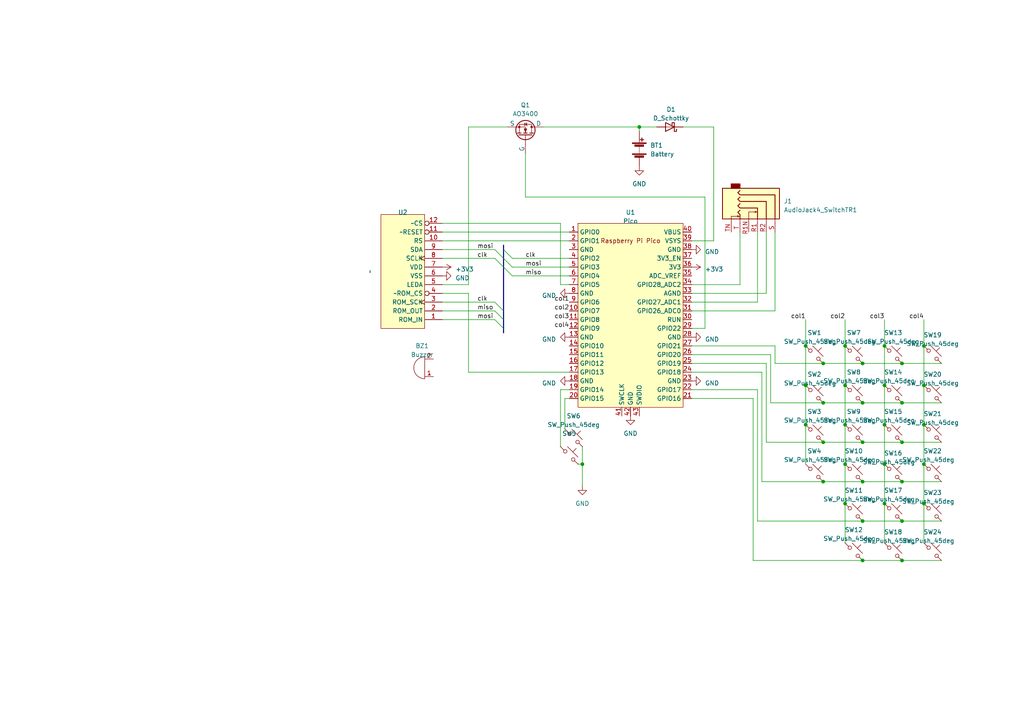
<source format=kicad_sch>
(kicad_sch (version 20230121) (generator eeschema)
  (paper "A4")
  (lib_symbols
    (symbol "Connector_Audio:AudioJack4_SwitchTR1"
      (property "Reference" "J" (at 0 11.43 0))
      (property "Value" "AudioJack4_SwitchTR1" (at 0 8.89 0))
      (symbol "AudioJack4_SwitchTR1_0_1"
        (rectangle (start -7.62 -5.08) (end -8.89 -7.62) (stroke (width 0.254)) (fill (type outline)))
        (polyline (pts (xy 1.27 -5.08) (xy 2.54 -5.08)))
        (polyline (pts (xy 1.27 2.54) (xy 2.54 2.54)))
        (polyline (pts (xy 2.54 0) (xy 1.27 0)))
        (polyline (pts (xy 2.54 5.08) (xy 1.27 5.08)))
        (rectangle (start 1.27 6.35) (end -7.62 -10.16) (stroke (width 0.254)) (fill (type background)))
      )
      (symbol "AudioJack4_SwitchTR1_1_1"
        (polyline (pts (xy -0.762 -0.254) (xy -0.508 -0.762)))
        (polyline (pts (xy 0.508 -5.334) (xy 0.762 -5.842)))
        (polyline (pts (xy -1.27 -5.08) (xy -0.635 -5.715) (xy 0 -5.08) (xy 1.27 -5.08)) (stroke (width 0.254)))
        (polyline (pts (xy 2.54 -7.62) (xy 0.508 -7.62) (xy 0.508 -5.334) (xy 0.254 -5.842)))
        (polyline (pts (xy 2.54 -2.54) (xy -0.762 -2.54) (xy -0.762 -0.254) (xy -1.016 -0.762)))
        (polyline (pts (xy -3.175 -5.08) (xy -2.54 -5.715) (xy -1.905 -5.08) (xy -1.905 0) (xy 1.27 0)) (stroke (width 0.254)))
        (polyline (pts (xy 1.27 2.54) (xy -3.81 2.54) (xy -3.81 -5.08) (xy -4.445 -5.715) (xy -5.08 -5.08)) (stroke (width 0.254)))
        (polyline (pts (xy 1.27 5.08) (xy -5.715 5.08) (xy -5.715 -5.08) (xy -6.35 -5.715) (xy -6.985 -5.08)) (stroke (width 0.254)))
        (pin passive line (at 5.08 0 180) (length 2.54) (name "~") (number "R1"))
        (pin passive line (at 5.08 -2.54 180) (length 2.54) (name "~") (number "R1N"))
        (pin passive line (at 5.08 2.54 180) (length 2.54) (name "~") (number "R2"))
        (pin passive line (at 5.08 5.08 180) (length 2.54) (name "~") (number "S"))
        (pin passive line (at 5.08 -5.08 180) (length 2.54) (name "~") (number "T"))
        (pin passive line (at 5.08 -7.62 180) (length 2.54) (name "~") (number "TN"))
      )
    )
    (symbol "Device:Battery" (pin_numbers hide) (pin_names (offset 0) hide)
      (property "Reference" "BT" (at 2.54 2.54 0))
      (property "Value" "Battery" (at 2.54 0 0))
      (symbol "Battery_0_1"
        (rectangle (start -2.032 -1.397) (end 2.032 -1.651) (fill (type outline)))
        (rectangle (start -2.032 1.778) (end 2.032 1.524) (fill (type outline)))
        (rectangle (start -1.3208 -1.9812) (end 1.27 -2.4892) (fill (type outline)))
        (rectangle (start -1.3208 1.1938) (end 1.27 0.6858) (fill (type outline)))
        (polyline (pts (xy 0 -1.524) (xy 0 -1.27)))
        (polyline (pts (xy 0 -1.016) (xy 0 -0.762)))
        (polyline (pts (xy 0 -0.508) (xy 0 -0.254)))
        (polyline (pts (xy 0 0) (xy 0 0.254)))
        (polyline (pts (xy 0 0.508) (xy 0 0.762)))
        (polyline (pts (xy 0 1.778) (xy 0 2.54)))
        (polyline (pts (xy 0.254 2.667) (xy 1.27 2.667)) (stroke (width 0.254)))
        (polyline (pts (xy 0.762 3.175) (xy 0.762 2.159)) (stroke (width 0.254)))
      )
      (symbol "Battery_1_1"
        (pin passive line (at 0 5.08 270) (length 2.54) (name "+") (number "1"))
        (pin passive line (at 0 -5.08 90) (length 2.54) (name "-") (number "2"))
      )
    )
    (symbol "Device:Buzzer" (pin_names (offset 0.0254) hide)
      (property "Reference" "BZ" (at 3.81 1.27 0))
      (property "Value" "Buzzer" (at 3.81 -1.27 0))
      (symbol "Buzzer_0_1"
        (arc (start 0 -3.175) (mid 3.1612 0) (end 0 3.175))
        (polyline (pts (xy -1.651 1.905) (xy -1.143 1.905)))
        (polyline (pts (xy -1.397 2.159) (xy -1.397 1.651)))
        (polyline (pts (xy 0 3.175) (xy 0 -3.175)))
      )
      (symbol "Buzzer_1_1"
        (pin passive line (at -2.54 2.54 0) (length 2.54) (name "-") (number "1"))
        (pin passive line (at -2.54 -2.54 0) (length 2.54) (name "+") (number "2"))
      )
    )
    (symbol "Device:D_Schottky" (pin_numbers hide) (pin_names (offset 1.016) hide)
      (property "Reference" "D" (at 0 2.54 0))
      (property "Value" "D_Schottky" (at 0 -2.54 0))
      (symbol "D_Schottky_0_1"
        (polyline (pts (xy 1.27 0) (xy -1.27 0)))
        (polyline (pts (xy 1.27 1.27) (xy 1.27 -1.27) (xy -1.27 0) (xy 1.27 1.27)) (stroke (width 0.254)))
        (polyline (pts (xy -1.905 0.635) (xy -1.905 1.27) (xy -1.27 1.27) (xy -1.27 -1.27) (xy -0.635 -1.27) (xy -0.635 -0.635)) (stroke (width 0.254)))
      )
      (symbol "D_Schottky_1_1"
        (pin passive line (at -3.81 0 0) (length 2.54) (name "K") (number "1"))
        (pin passive line (at 3.81 0 180) (length 2.54) (name "A") (number "2"))
      )
    )
    (symbol "Library:LCD"
      (property "Reference" "U" (at 0 0 0))
      (symbol "LCD_1_1"
        (rectangle (start -6.35 34.925) (end 6.35 1.905) (fill (type background)))
        (pin input line (at 11.43 4.445 180) (length 5.08) (name "ROM_IN") (number "1"))
        (pin input line (at 11.43 27.305 180) (length 5.08) (name "RS") (number "10"))
        (pin input inverted (at 11.43 29.845 180) (length 5.08) (name "~RESET") (number "11"))
        (pin input inverted (at 11.43 32.385 180) (length 5.08) (name "~CS") (number "12"))
        (pin output line (at 11.43 6.985 180) (length 5.08) (name "ROM_OUT") (number "2"))
        (pin input clock (at 11.43 9.525 180) (length 5.08) (name "ROM_SCK") (number "3"))
        (pin input inverted (at 11.43 12.065 180) (length 5.08) (name "~ROM_CS") (number "4"))
        (pin power_in line (at 11.43 14.605 180) (length 5.08) (name "LEDA") (number "5"))
        (pin power_in line (at 11.43 17.145 180) (length 5.08) (name "VSS") (number "6"))
        (pin power_in line (at 11.43 19.685 180) (length 5.08) (name "VDD") (number "7"))
        (pin input clock (at 11.43 22.225 180) (length 5.08) (name "SCLK") (number "8"))
        (pin input line (at 11.43 24.765 180) (length 5.08) (name "SDA") (number "9"))
      )
    )
    (symbol "MCU_RaspberryPi_and_Boards:Pico"
      (property "Reference" "U" (at -13.97 27.94 0))
      (property "Value" "Pico" (at 0 19.05 0))
      (symbol "Pico_0_0"
        (text "Raspberry Pi Pico" (at 0 21.59 0) (effects (font (size 1.27 1.27))))
      )
      (symbol "Pico_0_1"
        (rectangle (start -15.24 26.67) (end 15.24 -26.67) (fill (type background)))
      )
      (symbol "Pico_1_1"
        (pin bidirectional line (at -17.78 24.13 0) (length 2.54) (name "GPIO0") (number "1"))
        (pin bidirectional line (at -17.78 1.27 0) (length 2.54) (name "GPIO7") (number "10"))
        (pin bidirectional line (at -17.78 -1.27 0) (length 2.54) (name "GPIO8") (number "11"))
        (pin bidirectional line (at -17.78 -3.81 0) (length 2.54) (name "GPIO9") (number "12"))
        (pin power_in line (at -17.78 -6.35 0) (length 2.54) (name "GND") (number "13"))
        (pin bidirectional line (at -17.78 -8.89 0) (length 2.54) (name "GPIO10") (number "14"))
        (pin bidirectional line (at -17.78 -11.43 0) (length 2.54) (name "GPIO11") (number "15"))
        (pin bidirectional line (at -17.78 -13.97 0) (length 2.54) (name "GPIO12") (number "16"))
        (pin bidirectional line (at -17.78 -16.51 0) (length 2.54) (name "GPIO13") (number "17"))
        (pin power_in line (at -17.78 -19.05 0) (length 2.54) (name "GND") (number "18"))
        (pin bidirectional line (at -17.78 -21.59 0) (length 2.54) (name "GPIO14") (number "19"))
        (pin bidirectional line (at -17.78 21.59 0) (length 2.54) (name "GPIO1") (number "2"))
        (pin bidirectional line (at -17.78 -24.13 0) (length 2.54) (name "GPIO15") (number "20"))
        (pin bidirectional line (at 17.78 -24.13 180) (length 2.54) (name "GPIO16") (number "21"))
        (pin bidirectional line (at 17.78 -21.59 180) (length 2.54) (name "GPIO17") (number "22"))
        (pin power_in line (at 17.78 -19.05 180) (length 2.54) (name "GND") (number "23"))
        (pin bidirectional line (at 17.78 -16.51 180) (length 2.54) (name "GPIO18") (number "24"))
        (pin bidirectional line (at 17.78 -13.97 180) (length 2.54) (name "GPIO19") (number "25"))
        (pin bidirectional line (at 17.78 -11.43 180) (length 2.54) (name "GPIO20") (number "26"))
        (pin bidirectional line (at 17.78 -8.89 180) (length 2.54) (name "GPIO21") (number "27"))
        (pin power_in line (at 17.78 -6.35 180) (length 2.54) (name "GND") (number "28"))
        (pin bidirectional line (at 17.78 -3.81 180) (length 2.54) (name "GPIO22") (number "29"))
        (pin power_in line (at -17.78 19.05 0) (length 2.54) (name "GND") (number "3"))
        (pin input line (at 17.78 -1.27 180) (length 2.54) (name "RUN") (number "30"))
        (pin bidirectional line (at 17.78 1.27 180) (length 2.54) (name "GPIO26_ADC0") (number "31"))
        (pin bidirectional line (at 17.78 3.81 180) (length 2.54) (name "GPIO27_ADC1") (number "32"))
        (pin power_in line (at 17.78 6.35 180) (length 2.54) (name "AGND") (number "33"))
        (pin bidirectional line (at 17.78 8.89 180) (length 2.54) (name "GPIO28_ADC2") (number "34"))
        (pin power_in line (at 17.78 11.43 180) (length 2.54) (name "ADC_VREF") (number "35"))
        (pin power_in line (at 17.78 13.97 180) (length 2.54) (name "3V3") (number "36"))
        (pin input line (at 17.78 16.51 180) (length 2.54) (name "3V3_EN") (number "37"))
        (pin bidirectional line (at 17.78 19.05 180) (length 2.54) (name "GND") (number "38"))
        (pin power_in line (at 17.78 21.59 180) (length 2.54) (name "VSYS") (number "39"))
        (pin bidirectional line (at -17.78 16.51 0) (length 2.54) (name "GPIO2") (number "4"))
        (pin power_in line (at 17.78 24.13 180) (length 2.54) (name "VBUS") (number "40"))
        (pin input line (at -2.54 -29.21 90) (length 2.54) (name "SWCLK") (number "41"))
        (pin power_in line (at 0 -29.21 90) (length 2.54) (name "GND") (number "42"))
        (pin bidirectional line (at 2.54 -29.21 90) (length 2.54) (name "SWDIO") (number "43"))
        (pin bidirectional line (at -17.78 13.97 0) (length 2.54) (name "GPIO3") (number "5"))
        (pin bidirectional line (at -17.78 11.43 0) (length 2.54) (name "GPIO4") (number "6"))
        (pin bidirectional line (at -17.78 8.89 0) (length 2.54) (name "GPIO5") (number "7"))
        (pin power_in line (at -17.78 6.35 0) (length 2.54) (name "GND") (number "8"))
        (pin bidirectional line (at -17.78 3.81 0) (length 2.54) (name "GPIO6") (number "9"))
      )
    )
    (symbol "Simulation_SPICE:NMOS" (pin_numbers hide) (pin_names (offset 0))
      (property "Reference" "Q" (at 5.08 1.27 0))
      (property "Value" "NMOS" (at 5.08 -1.27 0))
      (symbol "NMOS_0_1"
        (polyline (pts (xy 0.254 0) (xy -2.54 0)))
        (polyline (pts (xy 0.254 1.905) (xy 0.254 -1.905)) (stroke (width 0.254)))
        (polyline (pts (xy 0.762 -1.27) (xy 0.762 -2.286)) (stroke (width 0.254)))
        (polyline (pts (xy 0.762 0.508) (xy 0.762 -0.508)) (stroke (width 0.254)))
        (polyline (pts (xy 0.762 2.286) (xy 0.762 1.27)) (stroke (width 0.254)))
        (polyline (pts (xy 2.54 2.54) (xy 2.54 1.778)))
        (polyline (pts (xy 2.54 -2.54) (xy 2.54 0) (xy 0.762 0)))
        (polyline (pts (xy 0.762 -1.778) (xy 3.302 -1.778) (xy 3.302 1.778) (xy 0.762 1.778)))
        (polyline (pts (xy 1.016 0) (xy 2.032 0.381) (xy 2.032 -0.381) (xy 1.016 0)) (fill (type outline)))
        (polyline (pts (xy 2.794 0.508) (xy 2.921 0.381) (xy 3.683 0.381) (xy 3.81 0.254)))
        (polyline (pts (xy 3.302 0.381) (xy 2.921 -0.254) (xy 3.683 -0.254) (xy 3.302 0.381)))
        (circle (center 1.651 0) (radius 2.794) (stroke (width 0.254)))
        (circle (center 2.54 -1.778) (radius 0.254) (fill (type outline)))
        (circle (center 2.54 1.778) (radius 0.254) (fill (type outline)))
      )
      (symbol "NMOS_1_1"
        (pin passive line (at 2.54 5.08 270) (length 2.54) (name "D") (number "1"))
        (pin input line (at -5.08 0 0) (length 2.54) (name "G") (number "2"))
        (pin passive line (at 2.54 -5.08 90) (length 2.54) (name "S") (number "3"))
      )
    )
    (symbol "Switch:SW_Push_45deg" (pin_numbers hide) (pin_names (offset 1.016) hide)
      (property "Reference" "SW" (at 3.048 1.016 0))
      (property "Value" "SW_Push_45deg" (at 0 -3.81 0))
      (symbol "SW_Push_45deg_0_1"
        (circle (center -1.1684 1.1684) (radius 0.508))
        (polyline (pts (xy -0.508 2.54) (xy 2.54 -0.508)))
        (polyline (pts (xy 1.016 1.016) (xy 2.032 2.032)))
        (polyline (pts (xy -2.54 2.54) (xy -1.524 1.524) (xy -1.524 1.524)))
        (polyline (pts (xy 1.524 -1.524) (xy 2.54 -2.54) (xy 2.54 -2.54) (xy 2.54 -2.54)))
        (circle (center 1.143 -1.1938) (radius 0.508))
        (pin passive line (at -2.54 2.54 0) (length 0) (name "1") (number "1"))
        (pin passive line (at 2.54 -2.54 180) (length 0) (name "2") (number "2"))
      )
    )
    (symbol "power:+3V3" (power) (pin_names (offset 0))
      (property "Value" "+3V3" (at 0 3.556 0))
      (symbol "+3V3_0_1"
        (polyline (pts (xy -0.762 1.27) (xy 0 2.54)))
        (polyline (pts (xy 0 0) (xy 0 2.54)))
        (polyline (pts (xy 0 2.54) (xy 0.762 1.27)))
      )
      (symbol "+3V3_1_1"
        (pin power_in line (at 0 0 90) (length 0) hide (name "+3V3") (number "1"))
      )
    )
    (symbol "power:GND" (power) (pin_names (offset 0))
      (property "Value" "GND" (at 0 -3.81 0))
      (symbol "GND_0_1"
        (polyline (pts (xy 0 0) (xy 0 -1.27) (xy 1.27 -1.27) (xy 0 -2.54) (xy -1.27 -1.27) (xy 0 -1.27)))
      )
      (symbol "GND_1_1"
        (pin power_in line (at 0 0 270) (length 0) hide (name "GND") (number "1"))
      )
    )
  )
  (junction (at 238.76 105.41))
  (junction (at 245.11 111.76))
  (junction (at 256.54 123.19))
  (junction (at 245.11 123.19))
  (junction (at 245.11 146.05))
  (junction (at 233.68 111.76))
  (junction (at 261.62 162.56))
  (junction (at 261.62 139.7))
  (junction (at 233.68 123.19))
  (junction (at 233.68 100.33))
  (junction (at 261.62 116.84))
  (junction (at 267.97 146.05))
  (junction (at 261.62 151.13))
  (junction (at 261.62 105.41))
  (junction (at 238.76 128.27))
  (junction (at 238.76 139.7))
  (junction (at 168.91 134.62))
  (junction (at 261.62 128.27))
  (junction (at 256.54 100.33))
  (junction (at 256.54 134.62))
  (junction (at 250.19 162.56))
  (junction (at 245.11 100.33))
  (junction (at 250.19 151.13))
  (junction (at 267.97 123.19))
  (junction (at 267.97 111.76))
  (junction (at 238.76 116.84))
  (junction (at 245.11 134.62))
  (junction (at 267.97 100.33))
  (junction (at 267.97 134.62))
  (junction (at 185.42 36.83))
  (junction (at 256.54 146.05))
  (junction (at 256.54 111.76))
  (junction (at 250.19 116.84))
  (junction (at 250.19 105.41))
  (junction (at 250.19 139.7))
  (junction (at 250.19 128.27))
  (bus_entry (at 143.51 74.93) (size 2.54 2.54))
  (bus_entry (at 143.51 87.63) (size 2.54 2.54))
  (bus_entry (at 143.51 92.71) (size 2.54 2.54))
  (bus_entry (at 143.51 90.17) (size 2.54 2.54))
  (bus_entry (at 146.05 77.47) (size 2.54 2.54))
  (bus_entry (at 146.05 72.39) (size 2.54 2.54))
  (bus_entry (at 143.51 72.39) (size 2.54 2.54))
  (bus_entry (at 146.05 74.93) (size 2.54 2.54))
  (wire (pts (xy 157.48 36.83) (xy 185.42 36.83)))
  (wire (pts (xy 222.25 128.27) (xy 238.76 128.27)))
  (wire (pts (xy 223.52 102.87) (xy 223.52 116.84)))
  (wire (pts (xy 224.79 100.33) (xy 224.79 105.41)))
  (wire (pts (xy 261.62 116.84) (xy 273.05 116.84)))
  (wire (pts (xy 223.52 102.87) (xy 200.66 102.87)))
  (wire (pts (xy 135.89 107.95) (xy 165.1 107.95)))
  (wire (pts (xy 233.68 92.71) (xy 233.68 100.33)))
  (wire (pts (xy 162.56 82.55) (xy 165.1 82.55)))
  (wire (pts (xy 256.54 146.05) (xy 256.54 157.48)))
  (wire (pts (xy 135.89 85.09) (xy 135.89 107.95)))
  (wire (pts (xy 267.97 111.76) (xy 267.97 123.19)))
  (wire (pts (xy 185.42 36.83) (xy 185.42 38.1)))
  (wire (pts (xy 190.5 36.83) (xy 185.42 36.83)))
  (bus (pts (xy 146.05 90.17) (xy 146.05 92.71)))
  (wire (pts (xy 245.11 146.05) (xy 245.11 157.48)))
  (wire (pts (xy 250.19 128.27) (xy 261.62 128.27)))
  (wire (pts (xy 200.66 87.63) (xy 219.71 87.63)))
  (wire (pts (xy 267.97 146.05) (xy 267.97 157.48)))
  (wire (pts (xy 163.83 124.46) (xy 163.83 115.57)))
  (wire (pts (xy 256.54 100.33) (xy 256.54 111.76)))
  (wire (pts (xy 245.11 134.62) (xy 245.11 146.05)))
  (wire (pts (xy 128.27 90.17) (xy 143.51 90.17)))
  (wire (pts (xy 267.97 100.33) (xy 267.97 111.76)))
  (wire (pts (xy 168.91 134.62) (xy 167.64 134.62)))
  (wire (pts (xy 128.27 64.77) (xy 162.56 64.77)))
  (wire (pts (xy 233.68 111.76) (xy 233.68 123.19)))
  (wire (pts (xy 267.97 92.71) (xy 267.97 100.33)))
  (wire (pts (xy 222.25 85.09) (xy 222.25 67.31)))
  (wire (pts (xy 135.89 82.55) (xy 135.89 36.83)))
  (wire (pts (xy 256.54 123.19) (xy 256.54 134.62)))
  (wire (pts (xy 238.76 139.7) (xy 250.19 139.7)))
  (wire (pts (xy 250.19 105.41) (xy 261.62 105.41)))
  (wire (pts (xy 162.56 113.03) (xy 162.56 129.54)))
  (wire (pts (xy 163.83 115.57) (xy 165.1 115.57)))
  (wire (pts (xy 220.98 107.95) (xy 200.66 107.95)))
  (wire (pts (xy 238.76 128.27) (xy 250.19 128.27)))
  (wire (pts (xy 152.4 57.15) (xy 204.47 57.15)))
  (wire (pts (xy 168.91 134.62) (xy 168.91 140.97)))
  (wire (pts (xy 200.66 85.09) (xy 222.25 85.09)))
  (wire (pts (xy 223.52 116.84) (xy 238.76 116.84)))
  (wire (pts (xy 200.66 82.55) (xy 214.63 82.55)))
  (bus (pts (xy 146.05 74.93) (xy 146.05 77.47)))
  (wire (pts (xy 214.63 82.55) (xy 214.63 67.31)))
  (wire (pts (xy 261.62 139.7) (xy 273.05 139.7)))
  (wire (pts (xy 152.4 44.45) (xy 152.4 57.15)))
  (wire (pts (xy 219.71 151.13) (xy 219.71 113.03)))
  (wire (pts (xy 233.68 123.19) (xy 233.68 134.62)))
  (bus (pts (xy 146.05 92.71) (xy 146.05 95.25)))
  (wire (pts (xy 204.47 57.15) (xy 204.47 95.25)))
  (wire (pts (xy 168.91 129.54) (xy 168.91 134.62)))
  (wire (pts (xy 245.11 123.19) (xy 245.11 134.62)))
  (wire (pts (xy 128.27 74.93) (xy 143.51 74.93)))
  (wire (pts (xy 148.59 74.93) (xy 165.1 74.93)))
  (wire (pts (xy 128.27 82.55) (xy 135.89 82.55)))
  (wire (pts (xy 207.01 36.83) (xy 207.01 69.85)))
  (wire (pts (xy 261.62 151.13) (xy 273.05 151.13)))
  (wire (pts (xy 256.54 111.76) (xy 256.54 123.19)))
  (wire (pts (xy 204.47 95.25) (xy 200.66 95.25)))
  (wire (pts (xy 267.97 123.19) (xy 267.97 134.62)))
  (wire (pts (xy 128.27 67.31) (xy 165.1 67.31)))
  (wire (pts (xy 165.1 113.03) (xy 162.56 113.03)))
  (wire (pts (xy 148.59 77.47) (xy 165.1 77.47)))
  (wire (pts (xy 222.25 128.27) (xy 222.25 105.41)))
  (wire (pts (xy 162.56 64.77) (xy 162.56 82.55)))
  (wire (pts (xy 250.19 139.7) (xy 261.62 139.7)))
  (wire (pts (xy 250.19 162.56) (xy 261.62 162.56)))
  (wire (pts (xy 219.71 151.13) (xy 250.19 151.13)))
  (wire (pts (xy 218.44 162.56) (xy 250.19 162.56)))
  (wire (pts (xy 238.76 116.84) (xy 250.19 116.84)))
  (wire (pts (xy 261.62 162.56) (xy 273.05 162.56)))
  (wire (pts (xy 128.27 85.09) (xy 135.89 85.09)))
  (wire (pts (xy 128.27 92.71) (xy 143.51 92.71)))
  (wire (pts (xy 250.19 151.13) (xy 261.62 151.13)))
  (wire (pts (xy 200.66 100.33) (xy 224.79 100.33)))
  (wire (pts (xy 218.44 162.56) (xy 218.44 115.57)))
  (wire (pts (xy 200.66 105.41) (xy 222.25 105.41)))
  (wire (pts (xy 224.79 105.41) (xy 238.76 105.41)))
  (wire (pts (xy 207.01 69.85) (xy 200.66 69.85)))
  (wire (pts (xy 219.71 113.03) (xy 200.66 113.03)))
  (wire (pts (xy 261.62 128.27) (xy 273.05 128.27)))
  (wire (pts (xy 128.27 69.85) (xy 165.1 69.85)))
  (bus (pts (xy 146.05 71.12) (xy 146.05 72.39)))
  (wire (pts (xy 135.89 36.83) (xy 147.32 36.83)))
  (wire (pts (xy 220.98 139.7) (xy 238.76 139.7)))
  (wire (pts (xy 256.54 92.71) (xy 256.54 100.33)))
  (wire (pts (xy 267.97 134.62) (xy 267.97 146.05)))
  (wire (pts (xy 233.68 100.33) (xy 233.68 111.76)))
  (wire (pts (xy 128.27 72.39) (xy 143.51 72.39)))
  (wire (pts (xy 261.62 105.41) (xy 273.05 105.41)))
  (wire (pts (xy 256.54 134.62) (xy 256.54 146.05)))
  (wire (pts (xy 219.71 87.63) (xy 219.71 67.31)))
  (wire (pts (xy 220.98 139.7) (xy 220.98 107.95)))
  (bus (pts (xy 146.05 72.39) (xy 146.05 74.93)))
  (wire (pts (xy 128.27 87.63) (xy 143.51 87.63)))
  (wire (pts (xy 245.11 100.33) (xy 245.11 111.76)))
  (bus (pts (xy 146.05 95.25) (xy 146.05 96.52)))
  (wire (pts (xy 250.19 116.84) (xy 261.62 116.84)))
  (wire (pts (xy 238.76 105.41) (xy 250.19 105.41)))
  (wire (pts (xy 207.01 36.83) (xy 198.12 36.83)))
  (wire (pts (xy 218.44 115.57) (xy 200.66 115.57)))
  (wire (pts (xy 224.79 90.17) (xy 224.79 67.31)))
  (wire (pts (xy 200.66 90.17) (xy 224.79 90.17)))
  (bus (pts (xy 146.05 77.47) (xy 146.05 90.17)))
  (wire (pts (xy 245.11 92.71) (xy 245.11 100.33)))
  (wire (pts (xy 148.59 80.01) (xy 165.1 80.01)))
  (wire (pts (xy 245.11 111.76) (xy 245.11 123.19)))
  (label "mosi" (at 138.43 92.71 0))
  (label "col1" (at 165.1 87.63 180))
  (label "clk" (at 152.4 74.93 0))
  (label "col2" (at 245.11 92.71 180))
  (label "col1" (at 233.68 92.71 180))
  (label "miso" (at 138.43 90.17 0))
  (label "col3" (at 256.54 92.71 180))
  (label "col3" (at 165.1 92.71 180))
  (label "miso" (at 152.4 80.01 0))
  (label "col2" (at 165.1 90.17 180))
  (label "mosi" (at 152.4 77.47 0))
  (label "col4" (at 165.1 95.25 180))
  (label "clk" (at 138.43 74.93 0))
  (label "col4" (at 267.97 92.71 180))
  (label "clk" (at 138.43 87.63 0))
  (label "mosi" (at 138.43 72.39 0))
  (symbol (lib_id "power:GND") (at 168.91 140.97 0) (unit 1)
    (property "Reference" "#PWR05" (effects hide))
    (property "Value" "GND" (at 168.91 146.05 0))
  )
  (symbol (lib_id "Switch:SW_Push_45deg") (at 270.51 114.3 0) (unit 1)
    (property "Reference" "SW20" (at 270.51 108.585 0))
    (property "Value" "SW_Push_45deg" (at 270.51 111.125 0))
    (property "Footprint" "Library:tactile_switch_6x6x5" (effects hide))
  )
  (symbol (lib_id "Switch:SW_Push_45deg") (at 259.08 114.3 0) (unit 1)
    (property "Reference" "SW14" (at 259.08 107.95 0))
    (property "Value" "SW_Push_45deg" (at 257.81 110.49 0))
    (property "Footprint" "Library:tactile_switch_6x6x5" (effects hide))
  )
  (symbol (lib_id "Switch:SW_Push_45deg") (at 236.22 137.16 0) (unit 1)
    (property "Reference" "SW4" (at 236.22 130.81 0))
    (property "Value" "SW_Push_45deg" (at 234.95 133.35 0))
    (property "Footprint" "Library:tactile_switch_6x6x5" (effects hide))
  )
  (symbol (lib_id "Device:Battery") (at 185.42 43.18 0) (unit 1)
    (property "Reference" "BT1" (at 188.595 42.164 0) (effects (justify left)))
    (property "Value" "Battery" (at 188.595 44.704 0) (effects (justify left)))
    (property "Footprint" "Connector_Wire:SolderWire-0.75sqmm_1x02_P4.8mm_D1.25mm_OD2.3mm" (effects hide))
  )
  (symbol (lib_id "power:GND") (at 128.27 80.01 90) (unit 1)
    (property "Reference" "#PWR06" (effects hide))
    (property "Value" "GND" (at 132.08 80.645 90) (effects (justify right)))
  )
  (symbol (lib_id "Switch:SW_Push_45deg") (at 270.51 137.16 0) (unit 1)
    (property "Reference" "SW22" (at 270.51 130.81 0))
    (property "Value" "SW_Push_45deg" (at 269.24 133.35 0))
    (property "Footprint" "Library:tactile_switch_6x6x5" (effects hide))
  )
  (symbol (lib_id "power:GND") (at 200.66 72.39 90) (unit 1)
    (property "Reference" "#PWR01" (effects hide))
    (property "Value" "GND" (at 204.47 73.025 90) (effects (justify right)))
  )
  (symbol (lib_id "Switch:SW_Push_45deg") (at 259.08 137.16 0) (unit 1)
    (property "Reference" "SW16" (at 259.08 131.445 0))
    (property "Value" "SW_Push_45deg" (at 257.81 133.985 0))
    (property "Footprint" "Library:tactile_switch_6x6x5" (effects hide))
  )
  (symbol (lib_id "Switch:SW_Push_45deg") (at 247.65 137.16 0) (unit 1)
    (property "Reference" "SW10" (at 247.65 130.81 0))
    (property "Value" "SW_Push_45deg" (at 246.38 133.35 0))
    (property "Footprint" "Library:tactile_switch_6x6x5" (effects hide))
  )
  (symbol (lib_id "Device:D_Schottky") (at 194.31 36.83 180) (unit 1)
    (property "Reference" "D1" (at 194.6275 31.75 0))
    (property "Value" "D_Schottky" (at 194.6275 34.29 0))
    (property "Footprint" "Diode_SMD:D_SMA_Handsoldering" (effects hide))
  )
  (symbol (lib_id "power:GND") (at 200.66 110.49 90) (unit 1)
    (property "Reference" "#PWR03" (effects hide))
    (property "Value" "GND" (at 204.47 111.125 90) (effects (justify right)))
  )
  (symbol (lib_id "power:GND") (at 165.1 97.79 270) (unit 1)
    (property "Reference" "#PWR013" (effects hide))
    (property "Value" "GND" (at 161.29 98.425 90) (effects (justify right)))
  )
  (symbol (lib_id "Switch:SW_Push_45deg") (at 259.08 160.02 0) (unit 1)
    (property "Reference" "SW18" (at 259.08 154.305 0))
    (property "Value" "SW_Push_45deg" (at 257.81 156.845 0))
    (property "Footprint" "Library:tactile_switch_6x6x5" (effects hide))
  )
  (symbol (lib_id "Switch:SW_Push_45deg") (at 166.37 127 0) (unit 1)
    (property "Reference" "SW6" (at 166.37 120.65 0))
    (property "Value" "SW_Push_45deg" (at 166.37 123.19 0))
    (property "Footprint" "Library:tactile_switch_6x6x5" (effects hide))
  )
  (symbol (lib_id "Switch:SW_Push_45deg") (at 165.1 132.08 0) (unit 1)
    (property "Reference" "SW5" (at 165.1 125.73 0))
    (property "Value" "SW_Push_45deg" (effects hide))
    (property "Footprint" "Library:tactile_switch_6x6x5" (effects hide))
  )
  (symbol (lib_id "MCU_RaspberryPi_and_Boards:Pico") (at 182.88 91.44 0) (unit 1)
    (property "Reference" "U1" (at 182.88 61.595 0))
    (property "Value" "Pico" (at 182.88 64.135 0))
    (property "Footprint" "MCU_RaspberryPi_and_Boards:RPi_Pico_SMD_TH" (effects hide))
  )
  (symbol (lib_id "Switch:SW_Push_45deg") (at 259.08 125.73 0) (unit 1)
    (property "Reference" "SW15" (at 259.08 119.38 0))
    (property "Value" "SW_Push_45deg" (at 257.81 121.92 0))
    (property "Footprint" "Library:tactile_switch_6x6x5" (effects hide))
  )
  (symbol (lib_id "power:+3V3") (at 200.66 77.47 270) (unit 1)
    (property "Reference" "#PWR010" (effects hide))
    (property "Value" "+3V3" (at 204.47 78.105 90) (effects (justify left)))
  )
  (symbol (lib_id "power:GND") (at 182.88 120.65 0) (unit 1)
    (property "Reference" "#PWR011" (effects hide))
    (property "Value" "GND" (at 182.88 125.73 0))
  )
  (symbol (lib_id "power:GND") (at 165.1 85.09 270) (unit 1)
    (property "Reference" "#PWR014" (effects hide))
    (property "Value" "GND" (at 161.29 85.725 90) (effects (justify right)))
  )
  (symbol (lib_id "Switch:SW_Push_45deg") (at 247.65 125.73 0) (unit 1)
    (property "Reference" "SW9" (at 247.65 119.38 0))
    (property "Value" "SW_Push_45deg" (at 246.38 121.92 0))
    (property "Footprint" "Library:tactile_switch_6x6x5" (effects hide))
  )
  (symbol (lib_id "Switch:SW_Push_45deg") (at 236.22 102.87 0) (unit 1)
    (property "Reference" "SW1" (at 236.22 96.52 0))
    (property "Value" "SW_Push_45deg" (at 234.95 99.06 0))
    (property "Footprint" "Library:tactile_switch_6x6x5" (effects hide))
  )
  (symbol (lib_id "Switch:SW_Push_45deg") (at 270.51 160.02 0) (unit 1)
    (property "Reference" "SW24" (at 270.51 154.305 0))
    (property "Value" "SW_Push_45deg" (at 269.24 156.845 0))
    (property "Footprint" "Library:tactile_switch_6x6x5" (effects hide))
  )
  (symbol (lib_id "Switch:SW_Push_45deg") (at 247.65 160.02 0) (unit 1)
    (property "Reference" "SW12" (at 247.65 153.67 0))
    (property "Value" "SW_Push_45deg" (at 246.38 156.21 0))
    (property "Footprint" "Library:tactile_switch_6x6x5" (effects hide))
  )
  (symbol (lib_id "Library:LCD") (at 116.84 97.155 0) (unit 1)
    (property "Reference" "U2" (at 116.84 61.595 0))
    (property "Value" "~" (at 107.315 78.74 90))
    (property "Footprint" "Library:LCD_nopost" (effects hide))
  )
  (symbol (lib_id "Switch:SW_Push_45deg") (at 270.51 125.73 0) (unit 1)
    (property "Reference" "SW21" (at 270.51 120.015 0))
    (property "Value" "SW_Push_45deg" (at 270.51 122.555 0))
    (property "Footprint" "Library:tactile_switch_6x6x5" (effects hide))
  )
  (symbol (lib_id "Switch:SW_Push_45deg") (at 236.22 114.3 0) (unit 1)
    (property "Reference" "SW2" (at 236.22 108.585 0))
    (property "Value" "SW_Push_45deg" (at 234.95 111.125 0))
    (property "Footprint" "Library:tactile_switch_6x6x5" (effects hide))
  )
  (symbol (lib_id "Switch:SW_Push_45deg") (at 259.08 102.87 0) (unit 1)
    (property "Reference" "SW13" (at 259.08 96.52 0))
    (property "Value" "SW_Push_45deg" (at 259.08 99.06 0))
    (property "Footprint" "Library:tactile_switch_6x6x5" (effects hide))
  )
  (symbol (lib_id "Switch:SW_Push_45deg") (at 270.51 102.87 0) (unit 1)
    (property "Reference" "SW19" (at 270.51 97.155 0))
    (property "Value" "SW_Push_45deg" (at 270.51 99.695 0))
    (property "Footprint" "Library:tactile_switch_6x6x5" (effects hide))
  )
  (symbol (lib_id "Switch:SW_Push_45deg") (at 259.08 148.59 0) (unit 1)
    (property "Reference" "SW17" (at 259.08 142.24 0))
    (property "Value" "SW_Push_45deg" (at 257.81 144.78 0))
    (property "Footprint" "Library:tactile_switch_6x6x5" (effects hide))
  )
  (symbol (lib_id "Switch:SW_Push_45deg") (at 247.65 148.59 0) (unit 1)
    (property "Reference" "SW11" (at 247.65 142.24 0))
    (property "Value" "SW_Push_45deg" (at 246.38 144.78 0))
    (property "Footprint" "Library:tactile_switch_6x6x5" (effects hide))
  )
  (symbol (lib_id "Connector_Audio:AudioJack4_SwitchTR1") (at 219.71 62.23 270) (unit 1)
    (property "Reference" "J1" (at 227.33 58.3565 90) (effects (justify left)))
    (property "Value" "AudioJack4_SwitchTR1" (at 227.33 60.8965 90) (effects (justify left)))
    (property "Footprint" "Connector_Audio:Jack_3.5mm_PJ311_Horizontal" (effects hide))
  )
  (symbol (lib_id "Device:Buzzer") (at 123.19 106.68 180) (unit 1)
    (property "Reference" "BZ1" (at 122.4349 100.33 0))
    (property "Value" "Buzzer" (at 122.4349 102.87 0))
  )
  (symbol (lib_id "power:GND") (at 196.85 -6.35 90) (unit 1)
    (property "Reference" "#PWR07" (effects hide))
    (property "Value" "GND" (at 200.66 -5.715 90) (effects (justify right)))
  )
  (symbol (lib_id "power:GND") (at 185.42 48.26 0) (unit 1)
    (property "Reference" "#PWR04" (effects hide))
    (property "Value" "GND" (at 185.42 53.34 0))
  )
  (symbol (lib_id "Switch:SW_Push_45deg") (at 247.65 102.87 0) (unit 1)
    (property "Reference" "SW7" (at 247.65 96.52 0))
    (property "Value" "SW_Push_45deg" (at 246.38 99.06 0))
    (property "Footprint" "Library:tactile_switch_6x6x5" (effects hide))
  )
  (symbol (lib_id "Simulation_SPICE:NMOS") (at 152.4 39.37 270) (mirror x) (unit 1)
    (property "Reference" "Q1" (at 152.4 30.48 90))
    (property "Value" "AO3400" (at 152.4 33.02 90))
    (property "Footprint" "Package_TO_SOT_SMD:SOT-23_Handsoldering" (effects hide))
    (property "Datasheet" "https://ngspice.sourceforge.io/docs/ngspice-manual.pdf" (effects hide))
    (property "Sim.Device" "NMOS" (effects hide))
    (property "Sim.Type" "VDMOS" (effects hide))
    (property "Sim.Pins" "1=D 2=G 3=S" (effects hide))
  )
  (symbol (lib_id "Switch:SW_Push_45deg") (at 270.51 148.59 0) (unit 1)
    (property "Reference" "SW23" (at 270.51 142.875 0))
    (property "Value" "SW_Push_45deg" (at 269.24 145.415 0))
    (property "Footprint" "Library:tactile_switch_6x6x5" (effects hide))
  )
  (symbol (lib_id "power:GND") (at 200.66 97.79 90) (unit 1)
    (property "Reference" "#PWR02" (effects hide))
    (property "Value" "GND" (at 204.47 98.425 90) (effects (justify right)))
  )
  (symbol (lib_id "power:+3V3") (at 128.27 77.47 270) (unit 1)
    (property "Reference" "#PWR09" (effects hide))
    (property "Value" "+3V3" (at 132.08 78.105 90) (effects (justify left)))
  )
  (symbol (lib_id "Switch:SW_Push_45deg") (at 236.22 125.73 0) (unit 1)
    (property "Reference" "SW3" (at 236.22 119.38 0))
    (property "Value" "SW_Push_45deg" (at 234.95 121.92 0))
    (property "Footprint" "Library:tactile_switch_6x6x5" (effects hide))
  )
  (symbol (lib_id "power:GND") (at 165.1 110.49 270) (unit 1)
    (property "Reference" "#PWR012" (effects hide))
    (property "Value" "GND" (at 161.29 111.125 90) (effects (justify right)))
  )
  (symbol (lib_id "Switch:SW_Push_45deg") (at 247.65 114.3 0) (unit 1)
    (property "Reference" "SW8" (at 247.65 107.95 0))
    (property "Value" "SW_Push_45deg" (at 246.38 110.49 0))
    (property "Footprint" "Library:tactile_switch_6x6x5" (effects hide))
  )
)
</source>
